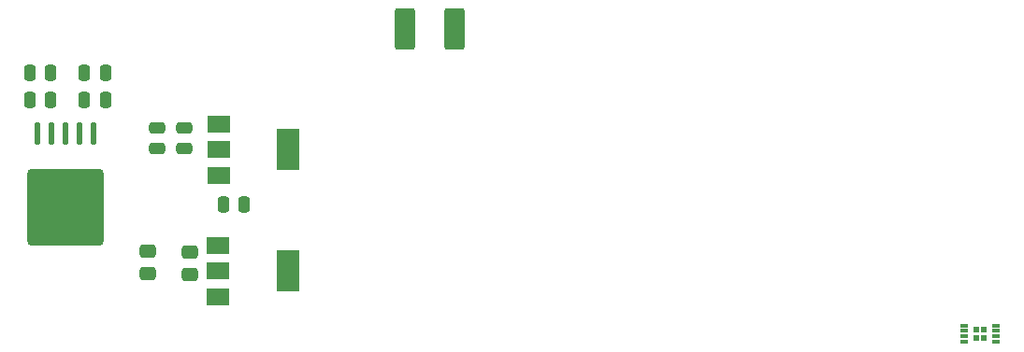
<source format=gbr>
%TF.GenerationSoftware,KiCad,Pcbnew,7.0.8-7.0.8~ubuntu20.04.1*%
%TF.CreationDate,2023-10-29T15:28:37+01:00*%
%TF.ProjectId,Hardware_2,48617264-7761-4726-955f-322e6b696361,rev?*%
%TF.SameCoordinates,Original*%
%TF.FileFunction,Paste,Bot*%
%TF.FilePolarity,Positive*%
%FSLAX46Y46*%
G04 Gerber Fmt 4.6, Leading zero omitted, Abs format (unit mm)*
G04 Created by KiCad (PCBNEW 7.0.8-7.0.8~ubuntu20.04.1) date 2023-10-29 15:28:37*
%MOMM*%
%LPD*%
G01*
G04 APERTURE LIST*
G04 Aperture macros list*
%AMRoundRect*
0 Rectangle with rounded corners*
0 $1 Rounding radius*
0 $2 $3 $4 $5 $6 $7 $8 $9 X,Y pos of 4 corners*
0 Add a 4 corners polygon primitive as box body*
4,1,4,$2,$3,$4,$5,$6,$7,$8,$9,$2,$3,0*
0 Add four circle primitives for the rounded corners*
1,1,$1+$1,$2,$3*
1,1,$1+$1,$4,$5*
1,1,$1+$1,$6,$7*
1,1,$1+$1,$8,$9*
0 Add four rect primitives between the rounded corners*
20,1,$1+$1,$2,$3,$4,$5,0*
20,1,$1+$1,$4,$5,$6,$7,0*
20,1,$1+$1,$6,$7,$8,$9,0*
20,1,$1+$1,$8,$9,$2,$3,0*%
G04 Aperture macros list end*
%ADD10R,0.500000X0.600000*%
%ADD11R,0.750000X0.300000*%
%ADD12RoundRect,0.250000X-0.475000X0.337500X-0.475000X-0.337500X0.475000X-0.337500X0.475000X0.337500X0*%
%ADD13RoundRect,0.250000X-0.475000X0.250000X-0.475000X-0.250000X0.475000X-0.250000X0.475000X0.250000X0*%
%ADD14RoundRect,0.250000X0.250000X0.475000X-0.250000X0.475000X-0.250000X-0.475000X0.250000X-0.475000X0*%
%ADD15RoundRect,0.250000X-0.675000X-1.625000X0.675000X-1.625000X0.675000X1.625000X-0.675000X1.625000X0*%
%ADD16RoundRect,0.125000X0.125000X0.875000X-0.125000X0.875000X-0.125000X-0.875000X0.125000X-0.875000X0*%
%ADD17RoundRect,0.500000X3.000000X3.000000X-3.000000X3.000000X-3.000000X-3.000000X3.000000X-3.000000X0*%
%ADD18R,2.000000X1.500000*%
%ADD19R,2.000000X3.800000*%
%ADD20RoundRect,0.250000X-0.250000X-0.475000X0.250000X-0.475000X0.250000X0.475000X-0.250000X0.475000X0*%
G04 APERTURE END LIST*
D10*
%TO.C,U14*%
X163750000Y-64300000D03*
X163750000Y-63550000D03*
X164400000Y-64300000D03*
X164400000Y-63550000D03*
D11*
X165525000Y-63175000D03*
X165525000Y-63675000D03*
X165525000Y-64175000D03*
X165525000Y-64675000D03*
X162625000Y-64675000D03*
X162625000Y-64175000D03*
X162625000Y-63675000D03*
X162625000Y-63175000D03*
%TD*%
D12*
%TO.C,C13*%
X92500000Y-56500000D03*
X92500000Y-58575000D03*
%TD*%
D13*
%TO.C,C5*%
X92050000Y-45250000D03*
X92050000Y-47150000D03*
%TD*%
D14*
%TO.C,C4*%
X97450000Y-52250000D03*
X95550000Y-52250000D03*
%TD*%
%TO.C,C11*%
X84900000Y-40250000D03*
X83000000Y-40250000D03*
%TD*%
D15*
%TO.C,D1*%
X111975000Y-36250000D03*
X116525000Y-36250000D03*
%TD*%
D16*
%TO.C,U13*%
X78710000Y-45769000D03*
X79980000Y-45769000D03*
X81246666Y-45780111D03*
X82520000Y-45780111D03*
X83790000Y-45769000D03*
D17*
X81250000Y-52500000D03*
%TD*%
D14*
%TO.C,C12*%
X84900000Y-42750000D03*
X83000000Y-42750000D03*
%TD*%
D12*
%TO.C,C6*%
X88750000Y-56425000D03*
X88750000Y-58500000D03*
%TD*%
D18*
%TO.C,U7*%
X95150000Y-49550000D03*
X95150000Y-47250000D03*
X95150000Y-44950000D03*
D19*
X101450000Y-47250000D03*
%TD*%
D18*
%TO.C,U8*%
X95100000Y-60550000D03*
X95100000Y-58250000D03*
X95100000Y-55950000D03*
D19*
X101400000Y-58250000D03*
%TD*%
D13*
%TO.C,C7*%
X89550000Y-45250000D03*
X89550000Y-47150000D03*
%TD*%
D20*
%TO.C,C9*%
X79950000Y-40250000D03*
X78050000Y-40250000D03*
%TD*%
%TO.C,C10*%
X78050000Y-42750000D03*
X79950000Y-42750000D03*
%TD*%
M02*

</source>
